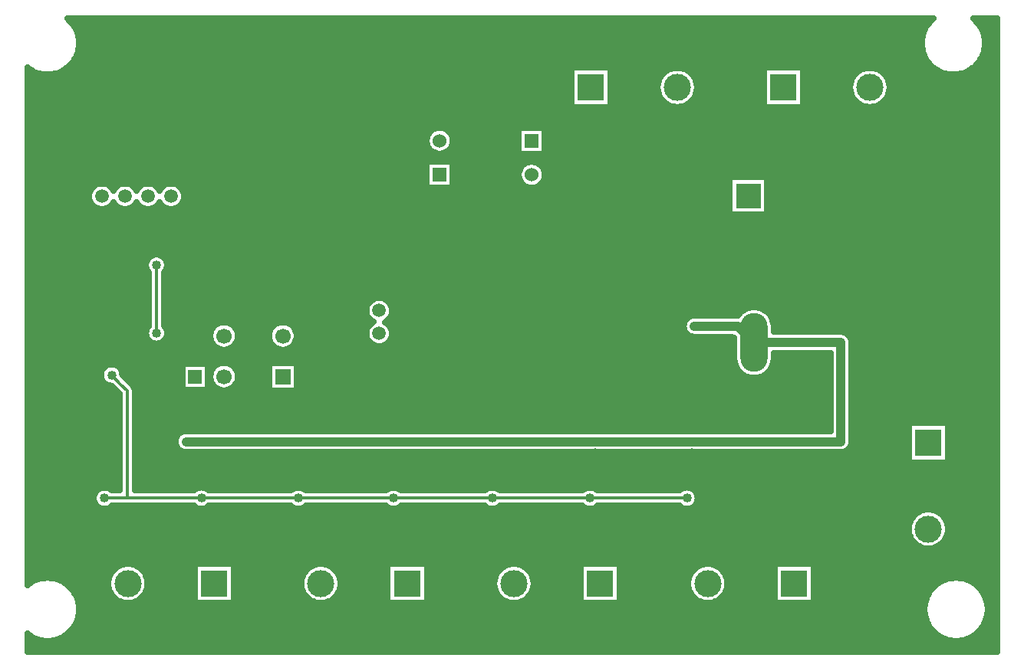
<source format=gbr>
%TF.GenerationSoftware,Novarm,DipTrace,3.3.0.1*%
%TF.CreationDate,2018-11-14T10:14:45-08:00*%
%FSLAX26Y26*%
%MOIN*%
%TF.FileFunction,Copper,L2,Bot*%
%TF.Part,Single*%
%TA.AperFunction,Conductor*%
%ADD15C,0.012992*%
%ADD21C,0.03937*%
%TA.AperFunction,CopperBalancing*%
%ADD26C,0.025*%
%TA.AperFunction,ComponentPad*%
%ADD33R,0.110236X0.110236*%
%ADD34C,0.110236*%
%ADD35R,0.059055X0.059055*%
%ADD36C,0.059055*%
%ADD38R,0.11811X0.11811*%
%ADD39C,0.11811*%
%ADD41R,0.06X0.06*%
%ADD42C,0.06*%
%ADD43O,0.11811X0.255906*%
%ADD44R,0.066929X0.066929*%
%ADD45C,0.066929*%
%TA.AperFunction,ViaPad*%
%ADD68C,0.04*%
G75*
G01*
%LPD*%
X767716Y1102361D2*
D15*
X1188976D1*
X1610235D1*
X2023621D1*
X2452755D1*
X2877952D1*
X3299212D1*
X767716D2*
X866141D1*
Y1570865D1*
X838582Y1598424D1*
X799212Y1637794D1*
X994094Y2116141D2*
Y1820865D1*
X1122046Y1348424D2*
D21*
X1539369D1*
X1956692D1*
X2374015D1*
X2791338D1*
X3208661D1*
X3625983D2*
X3208661D1*
X3590550Y1779527D2*
X3968503D1*
Y1348424D1*
X3625983D1*
X3330708Y1850393D2*
X3519684D1*
X3590550Y1779527D1*
D68*
X3208661Y1348424D3*
X3625983D3*
X2791338D3*
X2374015D3*
X1539369D3*
X1956692D3*
X1122046D3*
X3318897Y1299212D3*
X3208661Y1417322D3*
X2901574Y1299212D3*
X2051180Y1295275D3*
X2326771Y1409448D3*
X2775590Y1407480D3*
X2476377Y1295275D3*
X1948818Y1425196D3*
X1545275Y1446850D3*
X1629920Y1295275D3*
X1224409D3*
X1102361Y1476377D3*
X799212Y1299212D3*
X1917322Y2437007D3*
X1543306Y2547243D3*
X1106298Y2492125D3*
X1039369Y519684D3*
X960629Y3122046D3*
X1173228Y2803149D3*
X1200787Y1858267D3*
X1188976Y2051180D3*
X1527558Y1885826D3*
X1905511Y535432D3*
X2744094Y539369D3*
X994094Y1820865D3*
Y2116141D3*
X3330708Y1850393D3*
X4392125Y2342519D3*
X4442125D3*
X4492125D3*
X799212Y1637794D3*
X767716Y1102361D3*
X1188976D3*
X1610235D3*
X2023621D3*
X2452755D3*
X2877952D3*
X3299212D3*
X1377952Y2299212D3*
X1594487D3*
Y2090550D3*
X1377952D3*
X4542125Y2342519D3*
X4592125D3*
Y2392519D3*
Y2442519D3*
Y2542519D3*
X4542125D3*
X4492125D3*
X4442125D3*
X4392125D3*
Y2592519D3*
Y2642519D3*
X4492125Y2592519D3*
Y2642519D3*
X4592125Y2592519D3*
Y2642519D3*
X4392125Y2742519D3*
X4442125D3*
X4492125D3*
X4542125D3*
X4592125Y2792519D3*
X4542125Y2842519D3*
X4492125D3*
X4442125D3*
X4392125D3*
Y2792519D3*
X4592125Y2742519D3*
Y2842519D3*
X3582676Y535432D3*
X4535432Y1157480D3*
X4145669Y1629920D3*
X4153543Y1964566D3*
X3885826Y3133857D3*
X3066928Y3137794D3*
X2507873Y2893700D3*
X964566Y2972440D3*
X1901574Y2618109D3*
X2452755Y2503936D3*
X2787401Y2417322D3*
X3342519Y2118109D3*
X3039369Y1830708D3*
X3460629Y1539369D3*
X1854330Y1669291D3*
X543306Y1803149D3*
X468503Y2228346D3*
X551180Y1185039D3*
X822834Y2220472D3*
X632245Y3164993D2*
D26*
X4344129D1*
X4569242D2*
X4644049D1*
X647029Y3140124D2*
X4329344D1*
X4584027D2*
X4644049D1*
X655713Y3115255D2*
X4320661D1*
X4592710D2*
X4644049D1*
X659409Y3090386D2*
X4316964D1*
X4596406D2*
X4644049D1*
X658548Y3065518D2*
X4317826D1*
X4595545D2*
X4644049D1*
X653022Y3040649D2*
X4323352D1*
X4590056D2*
X4644049D1*
X642256Y3015780D2*
X4334153D1*
X4579254D2*
X4644049D1*
X624494Y2990911D2*
X4351880D1*
X4561491D2*
X4644049D1*
X434703Y2966043D2*
X444508D1*
X594889D2*
X2793825D1*
X2969920D2*
X3215714D1*
X3298081D2*
X3630464D1*
X3806560D2*
X4052318D1*
X4134721D2*
X4381483D1*
X4531886D2*
X4644049D1*
X434703Y2941174D2*
X2793825D1*
X2969920D2*
X3186039D1*
X3327756D2*
X3630464D1*
X3806560D2*
X4022678D1*
X4164397D2*
X4644049D1*
X434703Y2916305D2*
X2793825D1*
X2969920D2*
X3173085D1*
X3340712D2*
X3630464D1*
X3806560D2*
X4009688D1*
X4177351D2*
X4644049D1*
X434703Y2891436D2*
X2793825D1*
X2969920D2*
X3168850D1*
X3344910D2*
X3630464D1*
X3806560D2*
X4005490D1*
X4181549D2*
X4644049D1*
X434703Y2866567D2*
X2793825D1*
X2969920D2*
X3172044D1*
X3341752D2*
X3630464D1*
X3806560D2*
X4008683D1*
X4178356D2*
X4644049D1*
X434703Y2841699D2*
X2793825D1*
X2969920D2*
X3183598D1*
X3330162D2*
X3630464D1*
X3806560D2*
X4020238D1*
X4166801D2*
X4644049D1*
X434703Y2816830D2*
X2793825D1*
X2969920D2*
X3209650D1*
X3304145D2*
X3630464D1*
X3806560D2*
X4046291D1*
X4140749D2*
X4644049D1*
X434703Y2791961D2*
X4644049D1*
X434703Y2767092D2*
X4644049D1*
X434703Y2742224D2*
X4644049D1*
X434703Y2717355D2*
X4644049D1*
X434703Y2692486D2*
X2177191D1*
X2270860D2*
X2565027D1*
X2682990D2*
X4644049D1*
X434703Y2667617D2*
X2165923D1*
X2282092D2*
X2565027D1*
X2682990D2*
X4644049D1*
X434703Y2642749D2*
X2166964D1*
X2281052D2*
X2565027D1*
X2682990D2*
X4644049D1*
X434703Y2617880D2*
X2181209D1*
X2266805D2*
X2565027D1*
X2682990D2*
X4644049D1*
X434703Y2593011D2*
X4644049D1*
X434703Y2568142D2*
X4644049D1*
X434703Y2543273D2*
X2165420D1*
X2283384D2*
X2576365D1*
X2672440D2*
X4644049D1*
X434703Y2518405D2*
X2165420D1*
X2283384D2*
X2566067D1*
X2682739D2*
X4644049D1*
X434703Y2493536D2*
X2165420D1*
X2283384D2*
X2567826D1*
X2680981D2*
X3482801D1*
X3651037D2*
X4644049D1*
X434703Y2468667D2*
X736728D1*
X776787D2*
X836737D1*
X876796D2*
X936710D1*
X976768D2*
X1036720D1*
X1076777D2*
X2165420D1*
X2283384D2*
X2583220D1*
X2665586D2*
X3482801D1*
X3651037D2*
X4644049D1*
X434703Y2443798D2*
X705939D1*
X1107566D2*
X3482801D1*
X3651037D2*
X4644049D1*
X434703Y2418930D2*
X698331D1*
X1115174D2*
X3482801D1*
X3651037D2*
X4644049D1*
X434703Y2394061D2*
X702494D1*
X1111011D2*
X3482801D1*
X3651037D2*
X4644049D1*
X434703Y2369192D2*
X722661D1*
X790817D2*
X822670D1*
X890826D2*
X922679D1*
X990835D2*
X1022653D1*
X1090844D2*
X3482801D1*
X3651037D2*
X4644049D1*
X434703Y2344323D2*
X3482801D1*
X3651037D2*
X4644049D1*
X434703Y2319455D2*
X4644049D1*
X434703Y2294586D2*
X4644049D1*
X434703Y2269717D2*
X4644049D1*
X434703Y2244848D2*
X4644049D1*
X434703Y2219980D2*
X4644049D1*
X434703Y2195111D2*
X4644049D1*
X434703Y2170242D2*
X4644049D1*
X434703Y2145373D2*
X955441D1*
X1032749D2*
X4644049D1*
X434703Y2120504D2*
X945322D1*
X1042868D2*
X4644049D1*
X434703Y2095636D2*
X949880D1*
X1038310D2*
X4644049D1*
X434703Y2070767D2*
X958599D1*
X1029590D2*
X4644049D1*
X434703Y2045898D2*
X958599D1*
X1029590D2*
X4644049D1*
X434703Y2021029D2*
X958599D1*
X1029590D2*
X4644049D1*
X434703Y1996161D2*
X958599D1*
X1029590D2*
X4644049D1*
X434703Y1971292D2*
X958599D1*
X1029590D2*
X1940642D1*
X1983069D2*
X4644049D1*
X434703Y1946423D2*
X958599D1*
X1029590D2*
X1910787D1*
X2012924D2*
X4644049D1*
X434703Y1921554D2*
X958599D1*
X1029590D2*
X1903430D1*
X2020281D2*
X3543661D1*
X3637438D2*
X4644049D1*
X434703Y1896686D2*
X958599D1*
X1029590D2*
X1907772D1*
X2015974D2*
X3517428D1*
X3663669D2*
X4644049D1*
X434703Y1871817D2*
X958599D1*
X1029590D2*
X1928369D1*
X1995342D2*
X3286944D1*
X3675331D2*
X4644049D1*
X434703Y1846948D2*
X953109D1*
X1035081D2*
X1238962D1*
X1335466D2*
X1494852D1*
X1591357D2*
X1911109D1*
X2012602D2*
X3281850D1*
X3678596D2*
X4644049D1*
X434703Y1822079D2*
X945107D1*
X1043083D2*
X1226367D1*
X1348027D2*
X1482293D1*
X1603952D2*
X1903465D1*
X2020281D2*
X3291322D1*
X3988923D2*
X4644049D1*
X434703Y1797210D2*
X951566D1*
X1036624D2*
X1225756D1*
X1348637D2*
X1481683D1*
X1604562D2*
X1907520D1*
X2016190D2*
X3502501D1*
X4013648D2*
X4644049D1*
X434703Y1772342D2*
X1236666D1*
X1337763D2*
X1492556D1*
X1593654D2*
X1927616D1*
X1996130D2*
X3502501D1*
X4017165D2*
X4644049D1*
X434703Y1747473D2*
X3502501D1*
X4017165D2*
X4644049D1*
X434703Y1722604D2*
X3502501D1*
X3678596D2*
X3919834D1*
X4017165D2*
X4644049D1*
X434703Y1697735D2*
X3503470D1*
X3677628D2*
X3919834D1*
X4017165D2*
X4644049D1*
X434703Y1672867D2*
X766188D1*
X832228D2*
X1103356D1*
X1220386D2*
X1241762D1*
X1332669D2*
X1480642D1*
X1605567D2*
X3511293D1*
X3669805D2*
X3919834D1*
X4017165D2*
X4644049D1*
X434703Y1647998D2*
X751368D1*
X847083D2*
X1103356D1*
X1347201D2*
X1480642D1*
X1605567D2*
X3529773D1*
X3651325D2*
X3919834D1*
X4017165D2*
X4644049D1*
X434703Y1623129D2*
X752588D1*
X863016D2*
X1103356D1*
X1349138D2*
X1480642D1*
X1605567D2*
X3919834D1*
X4017165D2*
X4644049D1*
X434703Y1598260D2*
X772252D1*
X887884D2*
X1103356D1*
X1220386D2*
X1234512D1*
X1339917D2*
X1480642D1*
X1605567D2*
X3919834D1*
X4017165D2*
X4644049D1*
X434703Y1573392D2*
X814452D1*
X901520D2*
X1268208D1*
X1306221D2*
X1480642D1*
X1605567D2*
X3919834D1*
X4017165D2*
X4644049D1*
X434703Y1548523D2*
X830636D1*
X901628D2*
X3919834D1*
X4017165D2*
X4644049D1*
X434703Y1523654D2*
X830636D1*
X901628D2*
X3919834D1*
X4017165D2*
X4644049D1*
X434703Y1498785D2*
X830636D1*
X901628D2*
X3919834D1*
X4017165D2*
X4644049D1*
X434703Y1473917D2*
X830636D1*
X901628D2*
X3919834D1*
X4017165D2*
X4644049D1*
X434703Y1449048D2*
X830636D1*
X901628D2*
X3919834D1*
X4017165D2*
X4644049D1*
X434703Y1424179D2*
X830636D1*
X901628D2*
X3919834D1*
X4017165D2*
X4259873D1*
X4435969D2*
X4644049D1*
X434703Y1399310D2*
X830636D1*
X901628D2*
X3919834D1*
X4017165D2*
X4259873D1*
X4435969D2*
X4644049D1*
X434703Y1374441D2*
X830636D1*
X901628D2*
X1081001D1*
X4017165D2*
X4259873D1*
X4435969D2*
X4644049D1*
X434703Y1349573D2*
X830636D1*
X901628D2*
X1073070D1*
X4017165D2*
X4259873D1*
X4435969D2*
X4644049D1*
X434703Y1324704D2*
X830636D1*
X901628D2*
X1079565D1*
X4010633D2*
X4259873D1*
X4435969D2*
X4644049D1*
X434703Y1299835D2*
X830636D1*
X901628D2*
X4259873D1*
X4435969D2*
X4644049D1*
X434703Y1274966D2*
X830636D1*
X901628D2*
X4259873D1*
X4435969D2*
X4644049D1*
X434703Y1250098D2*
X830636D1*
X901628D2*
X4644049D1*
X434703Y1225229D2*
X830636D1*
X901628D2*
X4644049D1*
X434703Y1200360D2*
X830636D1*
X901628D2*
X4644049D1*
X434703Y1175491D2*
X830636D1*
X901628D2*
X4644049D1*
X434703Y1150623D2*
X830636D1*
X901628D2*
X4644049D1*
X434703Y1125754D2*
X725029D1*
X3341896D2*
X4644049D1*
X434703Y1100885D2*
X718750D1*
X3348175D2*
X4644049D1*
X434703Y1076016D2*
X726896D1*
X3340029D2*
X4644049D1*
X434703Y1051148D2*
X4325361D1*
X4370516D2*
X4644049D1*
X434703Y1026279D2*
X4282802D1*
X4413039D2*
X4644049D1*
X434703Y1001410D2*
X4266691D1*
X4429187D2*
X4644049D1*
X434703Y976541D2*
X4260304D1*
X4435537D2*
X4644049D1*
X434703Y951672D2*
X4261452D1*
X4434426D2*
X4644049D1*
X434703Y926804D2*
X4270459D1*
X4425418D2*
X4644049D1*
X434703Y901935D2*
X4291056D1*
X4404785D2*
X4644049D1*
X434703Y877066D2*
X4644049D1*
X434703Y852197D2*
X4644049D1*
X434703Y827329D2*
X4644049D1*
X434703Y802460D2*
X820338D1*
X918815D2*
X1156536D1*
X1332596D2*
X1658915D1*
X1757393D2*
X1995113D1*
X2171209D2*
X2497493D1*
X2595970D2*
X2833692D1*
X3009788D2*
X3340018D1*
X3438495D2*
X3676216D1*
X3852312D2*
X4644049D1*
X434703Y777591D2*
X795434D1*
X943683D2*
X1156536D1*
X1332596D2*
X1634011D1*
X1782262D2*
X1995113D1*
X2171209D2*
X2472625D1*
X2620839D2*
X2833692D1*
X3009788D2*
X3315113D1*
X3463364D2*
X3676216D1*
X3852312D2*
X4644049D1*
X434703Y752722D2*
X489485D1*
X549890D2*
X784381D1*
X954772D2*
X1156536D1*
X1332596D2*
X1622959D1*
X1793350D2*
X1995113D1*
X2171209D2*
X2461536D1*
X2631927D2*
X2833692D1*
X3009788D2*
X3304061D1*
X3474452D2*
X3676216D1*
X3852312D2*
X4438289D1*
X4498693D2*
X4644049D1*
X604901Y727854D2*
X781582D1*
X957570D2*
X1156536D1*
X1332596D2*
X1620161D1*
X1796149D2*
X1995113D1*
X2171209D2*
X2458738D1*
X2634726D2*
X2833692D1*
X3009788D2*
X3301263D1*
X3477251D2*
X3676216D1*
X3852312D2*
X4383279D1*
X4553741D2*
X4644049D1*
X630271Y702985D2*
X786175D1*
X952977D2*
X1156536D1*
X1332596D2*
X1624754D1*
X1791556D2*
X1995113D1*
X2171209D2*
X2463331D1*
X2630133D2*
X2833692D1*
X3009788D2*
X3305856D1*
X3472658D2*
X3676216D1*
X3852312D2*
X4357909D1*
X4579111D2*
X4644049D1*
X645809Y678116D2*
X799669D1*
X939449D2*
X1156536D1*
X1332596D2*
X1638246D1*
X1778027D2*
X1995113D1*
X2171209D2*
X2476823D1*
X2616640D2*
X2833692D1*
X3009788D2*
X3319348D1*
X3459129D2*
X3676216D1*
X3852312D2*
X4342371D1*
X4594649D2*
X4644049D1*
X655067Y653247D2*
X830959D1*
X908158D2*
X1156536D1*
X1332596D2*
X1669537D1*
X1746735D2*
X1995113D1*
X2171209D2*
X2508150D1*
X2585313D2*
X2833692D1*
X3009788D2*
X3350640D1*
X3427838D2*
X3676216D1*
X3852312D2*
X4333148D1*
X4603871D2*
X4644049D1*
X659230Y628378D2*
X4328949D1*
X4608069D2*
X4644049D1*
X658835Y603510D2*
X4329344D1*
X4607674D2*
X4644049D1*
X653847Y578641D2*
X4334368D1*
X4602650D2*
X4644049D1*
X643620Y553772D2*
X4344560D1*
X4592460D2*
X4644049D1*
X626718Y528903D2*
X4361461D1*
X4575558D2*
X4644049D1*
X598836Y504035D2*
X4389343D1*
X4547640D2*
X4644049D1*
X434703Y479166D2*
X4644049D1*
X434703Y454297D2*
X4644049D1*
X3494504Y2498932D2*
X3648539D1*
Y2335712D1*
X3485318D1*
Y2498932D1*
X3494504D1*
X2017705Y1914095D2*
X2016331Y1905413D1*
X2013615Y1897052D1*
X2009624Y1889220D1*
X2004456Y1882108D1*
X1998241Y1875893D1*
X1991129Y1870725D1*
X1987291Y1868403D1*
X1994787Y1863812D1*
X2001470Y1858102D1*
X2007180Y1851418D1*
X2011772Y1843922D1*
X2015137Y1835801D1*
X2017188Y1827254D1*
X2017878Y1818490D1*
X2017188Y1809726D1*
X2015137Y1801179D1*
X2011772Y1793058D1*
X2007180Y1785562D1*
X2001470Y1778878D1*
X1994787Y1773169D1*
X1987291Y1768577D1*
X1979170Y1765212D1*
X1970623Y1763161D1*
X1961859Y1762470D1*
X1953095Y1763161D1*
X1944548Y1765212D1*
X1936427Y1768577D1*
X1928931Y1773169D1*
X1922247Y1778878D1*
X1916537Y1785562D1*
X1911945Y1793058D1*
X1908581Y1801179D1*
X1906529Y1809726D1*
X1905839Y1818490D1*
X1906529Y1827254D1*
X1908581Y1835801D1*
X1911945Y1843922D1*
X1916537Y1851418D1*
X1922247Y1858102D1*
X1928931Y1863812D1*
X1936598Y1868483D1*
X1928931Y1873169D1*
X1922247Y1878878D1*
X1916537Y1885562D1*
X1911945Y1893058D1*
X1908581Y1901179D1*
X1906529Y1909726D1*
X1905839Y1918490D1*
X1906529Y1927254D1*
X1908581Y1935801D1*
X1911945Y1943922D1*
X1916537Y1951418D1*
X1922247Y1958102D1*
X1928931Y1963812D1*
X1936427Y1968403D1*
X1944548Y1971768D1*
X1953095Y1973819D1*
X1961859Y1974510D1*
X1970623Y1973819D1*
X1979170Y1971768D1*
X1987291Y1968403D1*
X1994787Y1963812D1*
X2001470Y1958102D1*
X2007180Y1951418D1*
X2011772Y1943922D1*
X2015137Y1935801D1*
X2017188Y1927254D1*
X2017878Y1918490D1*
X2017705Y1914095D1*
X2805528Y2975291D2*
X2967436D1*
Y2804196D1*
X2796342D1*
Y2975291D1*
X2805528D1*
X3342172Y2883031D2*
X3341382Y2876361D1*
X3340073Y2869772D1*
X3338250Y2863308D1*
X3335924Y2857006D1*
X3333112Y2850906D1*
X3329830Y2845045D1*
X3326098Y2839460D1*
X3321940Y2834184D1*
X3317380Y2829252D1*
X3312448Y2824692D1*
X3307172Y2820535D1*
X3301587Y2816802D1*
X3295726Y2813520D1*
X3289627Y2810708D1*
X3283325Y2808382D1*
X3276860Y2806560D1*
X3270271Y2805250D1*
X3263602Y2804460D1*
X3256889Y2804196D1*
X3250176Y2804460D1*
X3243507Y2805250D1*
X3236918Y2806560D1*
X3230453Y2808382D1*
X3224151Y2810708D1*
X3218052Y2813520D1*
X3212191Y2816802D1*
X3206606Y2820535D1*
X3201330Y2824692D1*
X3196398Y2829252D1*
X3191838Y2834184D1*
X3187680Y2839460D1*
X3183948Y2845045D1*
X3180666Y2850906D1*
X3177854Y2857006D1*
X3175528Y2863308D1*
X3173705Y2869772D1*
X3172396Y2876361D1*
X3171606Y2883031D1*
X3171342Y2889743D1*
X3171606Y2896456D1*
X3172396Y2903125D1*
X3173705Y2909714D1*
X3175528Y2916179D1*
X3177854Y2922481D1*
X3180666Y2928581D1*
X3183948Y2934441D1*
X3187680Y2940027D1*
X3191838Y2945302D1*
X3196398Y2950234D1*
X3201330Y2954794D1*
X3206606Y2958952D1*
X3212191Y2962684D1*
X3218052Y2965966D1*
X3224151Y2968779D1*
X3230453Y2971104D1*
X3236918Y2972927D1*
X3243507Y2974237D1*
X3250176Y2975027D1*
X3256889Y2975291D1*
X3263602Y2975027D1*
X3270271Y2974237D1*
X3276860Y2972927D1*
X3283325Y2971104D1*
X3289627Y2968779D1*
X3295726Y2965966D1*
X3301587Y2962684D1*
X3307172Y2958952D1*
X3312448Y2954794D1*
X3317380Y2950234D1*
X3321940Y2945302D1*
X3326098Y2940027D1*
X3329830Y2934441D1*
X3333112Y2928581D1*
X3335924Y2922481D1*
X3338250Y2916179D1*
X3340073Y2909714D1*
X3341382Y2903125D1*
X3342172Y2896456D1*
X3342436Y2889743D1*
X3342172Y2883031D1*
X3642162Y2975291D2*
X3804070D1*
Y2804196D1*
X3632976D1*
Y2975291D1*
X3642162D1*
X4178806Y2883031D2*
X4178016Y2876361D1*
X4176707Y2869772D1*
X4174884Y2863308D1*
X4172558Y2857006D1*
X4169746Y2850906D1*
X4166464Y2845045D1*
X4162731Y2839460D1*
X4158574Y2834184D1*
X4154014Y2829252D1*
X4149082Y2824692D1*
X4143806Y2820535D1*
X4138221Y2816802D1*
X4132360Y2813520D1*
X4126260Y2810708D1*
X4119959Y2808382D1*
X4113494Y2806560D1*
X4106905Y2805250D1*
X4100235Y2804460D1*
X4093523Y2804196D1*
X4086810Y2804460D1*
X4080141Y2805250D1*
X4073552Y2806560D1*
X4067087Y2808382D1*
X4060785Y2810708D1*
X4054686Y2813520D1*
X4048825Y2816802D1*
X4043239Y2820535D1*
X4037964Y2824692D1*
X4033032Y2829252D1*
X4028472Y2834184D1*
X4024314Y2839460D1*
X4020582Y2845045D1*
X4017300Y2850906D1*
X4014487Y2857006D1*
X4012162Y2863308D1*
X4010339Y2869772D1*
X4009029Y2876361D1*
X4008239Y2883031D1*
X4007976Y2889743D1*
X4008239Y2896456D1*
X4009029Y2903125D1*
X4010339Y2909714D1*
X4012162Y2916179D1*
X4014487Y2922481D1*
X4017300Y2928581D1*
X4020582Y2934441D1*
X4024314Y2940027D1*
X4028472Y2945302D1*
X4033032Y2950234D1*
X4037964Y2954794D1*
X4043239Y2958952D1*
X4048825Y2962684D1*
X4054686Y2965966D1*
X4060785Y2968779D1*
X4067087Y2971104D1*
X4073552Y2972927D1*
X4080141Y2974237D1*
X4086810Y2975027D1*
X4093523Y2975291D1*
X4100235Y2975027D1*
X4106905Y2974237D1*
X4113494Y2972927D1*
X4119959Y2971104D1*
X4126260Y2968779D1*
X4132360Y2965966D1*
X4138221Y2962684D1*
X4143806Y2958952D1*
X4149082Y2954794D1*
X4154014Y2950234D1*
X4158574Y2945302D1*
X4162731Y2940027D1*
X4166464Y2934441D1*
X4169746Y2928581D1*
X4172558Y2922481D1*
X4174884Y2916179D1*
X4176707Y2909714D1*
X4178016Y2903125D1*
X4178806Y2896456D1*
X4179070Y2889743D1*
X4178806Y2883031D1*
X4271571Y1428539D2*
X4433480D1*
Y1257444D1*
X4262385D1*
Y1428539D1*
X4271571D1*
X4433216Y961279D2*
X4432426Y954609D1*
X4431116Y948020D1*
X4429293Y941556D1*
X4426968Y935254D1*
X4424155Y929154D1*
X4420873Y923293D1*
X4417141Y917708D1*
X4412983Y912432D1*
X4408423Y907501D1*
X4403491Y902940D1*
X4398216Y898783D1*
X4392630Y895050D1*
X4386770Y891768D1*
X4380670Y888956D1*
X4374368Y886630D1*
X4367903Y884808D1*
X4361314Y883498D1*
X4354645Y882708D1*
X4347932Y882444D1*
X4341220Y882708D1*
X4334550Y883498D1*
X4327961Y884808D1*
X4321497Y886630D1*
X4315195Y888956D1*
X4309095Y891768D1*
X4303234Y895050D1*
X4297649Y898783D1*
X4292373Y902940D1*
X4287441Y907501D1*
X4282881Y912432D1*
X4278724Y917708D1*
X4274991Y923293D1*
X4271709Y929154D1*
X4268897Y935254D1*
X4266571Y941556D1*
X4264749Y948020D1*
X4263439Y954609D1*
X4262649Y961279D1*
X4262385Y967991D1*
X4262649Y974704D1*
X4263439Y981373D1*
X4264749Y987962D1*
X4266571Y994427D1*
X4268897Y1000729D1*
X4271709Y1006829D1*
X4274991Y1012690D1*
X4278724Y1018275D1*
X4282881Y1023550D1*
X4287441Y1028482D1*
X4292373Y1033043D1*
X4297649Y1037200D1*
X4303234Y1040932D1*
X4309095Y1044214D1*
X4315195Y1047027D1*
X4321497Y1049352D1*
X4327961Y1051175D1*
X4334550Y1052485D1*
X4341220Y1053275D1*
X4347932Y1053539D1*
X4354645Y1053275D1*
X4361314Y1052485D1*
X4367903Y1051175D1*
X4374368Y1049352D1*
X4380670Y1047027D1*
X4386770Y1044214D1*
X4392630Y1040932D1*
X4398216Y1037200D1*
X4403491Y1033043D1*
X4408423Y1028482D1*
X4412983Y1023550D1*
X4417141Y1018275D1*
X4420873Y1012690D1*
X4424155Y1006829D1*
X4426968Y1000729D1*
X4429293Y994427D1*
X4431116Y987962D1*
X4432426Y981373D1*
X4433216Y974704D1*
X4433480Y967991D1*
X4433216Y961279D1*
X3687890Y816354D2*
X3849798D1*
Y645259D1*
X3678704D1*
Y816354D1*
X3687890D1*
X3474535Y724094D2*
X3473745Y717424D1*
X3472435Y710835D1*
X3470612Y704371D1*
X3468287Y698069D1*
X3465474Y691969D1*
X3462192Y686108D1*
X3458460Y680523D1*
X3454302Y675247D1*
X3449742Y670315D1*
X3444810Y665755D1*
X3439535Y661598D1*
X3433949Y657865D1*
X3428088Y654583D1*
X3421989Y651771D1*
X3415687Y649445D1*
X3409222Y647623D1*
X3402633Y646313D1*
X3395964Y645523D1*
X3389251Y645259D1*
X3382539Y645523D1*
X3375869Y646313D1*
X3369280Y647623D1*
X3362815Y649445D1*
X3356514Y651771D1*
X3350414Y654583D1*
X3344553Y657865D1*
X3338968Y661598D1*
X3333692Y665755D1*
X3328760Y670315D1*
X3324200Y675247D1*
X3320043Y680523D1*
X3316310Y686108D1*
X3313028Y691969D1*
X3310216Y698069D1*
X3307890Y704371D1*
X3306067Y710835D1*
X3304758Y717424D1*
X3303968Y724094D1*
X3303704Y730806D1*
X3303968Y737519D1*
X3304758Y744188D1*
X3306067Y750777D1*
X3307890Y757242D1*
X3310216Y763544D1*
X3313028Y769644D1*
X3316310Y775504D1*
X3320043Y781090D1*
X3324200Y786365D1*
X3328760Y791297D1*
X3333692Y795857D1*
X3338968Y800015D1*
X3344553Y803747D1*
X3350414Y807029D1*
X3356514Y809842D1*
X3362815Y812167D1*
X3369280Y813990D1*
X3375869Y815300D1*
X3382539Y816090D1*
X3389251Y816354D1*
X3395964Y816090D1*
X3402633Y815300D1*
X3409222Y813990D1*
X3415687Y812167D1*
X3421989Y809842D1*
X3428088Y807029D1*
X3433949Y803747D1*
X3439535Y800015D1*
X3444810Y795857D1*
X3449742Y791297D1*
X3454302Y786365D1*
X3458460Y781090D1*
X3462192Y775504D1*
X3465474Y769644D1*
X3468287Y763544D1*
X3470612Y757242D1*
X3472435Y750777D1*
X3473745Y744188D1*
X3474535Y737519D1*
X3474798Y730806D1*
X3474535Y724094D1*
X2845371Y816354D2*
X3007279D1*
Y645259D1*
X2836184D1*
Y816354D1*
X2845371D1*
X2632015Y724094D2*
X2631225Y717424D1*
X2629915Y710835D1*
X2628092Y704371D1*
X2625767Y698069D1*
X2622955Y691969D1*
X2619672Y686108D1*
X2615940Y680523D1*
X2611783Y675247D1*
X2607222Y670315D1*
X2602291Y665755D1*
X2597015Y661598D1*
X2591430Y657865D1*
X2585569Y654583D1*
X2579469Y651771D1*
X2573167Y649445D1*
X2566703Y647623D1*
X2560113Y646313D1*
X2553444Y645523D1*
X2546731Y645259D1*
X2540019Y645523D1*
X2533350Y646313D1*
X2526760Y647623D1*
X2520296Y649445D1*
X2513994Y651771D1*
X2507894Y654583D1*
X2502033Y657865D1*
X2496448Y661598D1*
X2491172Y665755D1*
X2486241Y670315D1*
X2481680Y675247D1*
X2477523Y680523D1*
X2473791Y686108D1*
X2470508Y691969D1*
X2467696Y698069D1*
X2465371Y704371D1*
X2463548Y710835D1*
X2462238Y717424D1*
X2461448Y724094D1*
X2461184Y730806D1*
X2461448Y737519D1*
X2462238Y744188D1*
X2463548Y750777D1*
X2465371Y757242D1*
X2467696Y763544D1*
X2470508Y769644D1*
X2473791Y775504D1*
X2477523Y781090D1*
X2481680Y786365D1*
X2486241Y791297D1*
X2491172Y795857D1*
X2496448Y800015D1*
X2502033Y803747D1*
X2507894Y807029D1*
X2513994Y809842D1*
X2520296Y812167D1*
X2526760Y813990D1*
X2533350Y815300D1*
X2540019Y816090D1*
X2546731Y816354D1*
X2553444Y816090D1*
X2560113Y815300D1*
X2566703Y813990D1*
X2573167Y812167D1*
X2579469Y809842D1*
X2585569Y807029D1*
X2591430Y803747D1*
X2597015Y800015D1*
X2602291Y795857D1*
X2607222Y791297D1*
X2611783Y786365D1*
X2615940Y781090D1*
X2619672Y775504D1*
X2622955Y769644D1*
X2625767Y763544D1*
X2628092Y757242D1*
X2629915Y750777D1*
X2631225Y744188D1*
X2632015Y737519D1*
X2632279Y730806D1*
X2632015Y724094D1*
X2006788Y816354D2*
X2168696D1*
Y645259D1*
X1997602D1*
Y816354D1*
X2006788D1*
X1793432Y724094D2*
X1792642Y717424D1*
X1791333Y710835D1*
X1789510Y704371D1*
X1787184Y698069D1*
X1784372Y691969D1*
X1781090Y686108D1*
X1777357Y680523D1*
X1773200Y675247D1*
X1768640Y670315D1*
X1763708Y665755D1*
X1758432Y661598D1*
X1752847Y657865D1*
X1746986Y654583D1*
X1740886Y651771D1*
X1734585Y649445D1*
X1728120Y647623D1*
X1721531Y646313D1*
X1714861Y645523D1*
X1708149Y645259D1*
X1701436Y645523D1*
X1694767Y646313D1*
X1688178Y647623D1*
X1681713Y649445D1*
X1675411Y651771D1*
X1669312Y654583D1*
X1663451Y657865D1*
X1657865Y661598D1*
X1652590Y665755D1*
X1647658Y670315D1*
X1643098Y675247D1*
X1638940Y680523D1*
X1635208Y686108D1*
X1631926Y691969D1*
X1629113Y698069D1*
X1626788Y704371D1*
X1624965Y710835D1*
X1623655Y717424D1*
X1622865Y724094D1*
X1622602Y730806D1*
X1622865Y737519D1*
X1623655Y744188D1*
X1624965Y750777D1*
X1626788Y757242D1*
X1629113Y763544D1*
X1631926Y769644D1*
X1635208Y775504D1*
X1638940Y781090D1*
X1643098Y786365D1*
X1647658Y791297D1*
X1652590Y795857D1*
X1657865Y800015D1*
X1663451Y803747D1*
X1669312Y807029D1*
X1675411Y809842D1*
X1681713Y812167D1*
X1688178Y813990D1*
X1694767Y815300D1*
X1701436Y816090D1*
X1708149Y816354D1*
X1714861Y816090D1*
X1721531Y815300D1*
X1728120Y813990D1*
X1734585Y812167D1*
X1740886Y809842D1*
X1746986Y807029D1*
X1752847Y803747D1*
X1758432Y800015D1*
X1763708Y795857D1*
X1768640Y791297D1*
X1773200Y786365D1*
X1777357Y781090D1*
X1781090Y775504D1*
X1784372Y769644D1*
X1787184Y763544D1*
X1789510Y757242D1*
X1791333Y750777D1*
X1792642Y744188D1*
X1793432Y737519D1*
X1793696Y730806D1*
X1793432Y724094D1*
X1168205Y816354D2*
X1330113D1*
Y645259D1*
X1159019D1*
Y816354D1*
X1168205D1*
X954850Y724094D2*
X954060Y717424D1*
X952750Y710835D1*
X950927Y704371D1*
X948602Y698069D1*
X945789Y691969D1*
X942507Y686108D1*
X938775Y680523D1*
X934617Y675247D1*
X930057Y670315D1*
X925125Y665755D1*
X919850Y661598D1*
X914264Y657865D1*
X908403Y654583D1*
X902304Y651771D1*
X896002Y649445D1*
X889537Y647623D1*
X882948Y646313D1*
X876279Y645523D1*
X869566Y645259D1*
X862854Y645523D1*
X856184Y646313D1*
X849595Y647623D1*
X843130Y649445D1*
X836829Y651771D1*
X830729Y654583D1*
X824868Y657865D1*
X819283Y661598D1*
X814007Y665755D1*
X809075Y670315D1*
X804515Y675247D1*
X800357Y680523D1*
X796625Y686108D1*
X793343Y691969D1*
X790531Y698069D1*
X788205Y704371D1*
X786382Y710835D1*
X785073Y717424D1*
X784283Y724094D1*
X784019Y730806D1*
X784283Y737519D1*
X785073Y744188D1*
X786382Y750777D1*
X788205Y757242D1*
X790531Y763544D1*
X793343Y769644D1*
X796625Y775504D1*
X800357Y781090D1*
X804515Y786365D1*
X809075Y791297D1*
X814007Y795857D1*
X819283Y800015D1*
X824868Y803747D1*
X830729Y807029D1*
X836829Y809842D1*
X843130Y812167D1*
X849595Y813990D1*
X856184Y815300D1*
X862854Y816090D1*
X869566Y816354D1*
X876279Y816090D1*
X882948Y815300D1*
X889537Y813990D1*
X896002Y812167D1*
X902304Y809842D1*
X908403Y807029D1*
X914264Y803747D1*
X919850Y800015D1*
X925125Y795857D1*
X930057Y791297D1*
X934617Y786365D1*
X938775Y781090D1*
X942507Y775504D1*
X945789Y769644D1*
X948602Y763544D1*
X950927Y757242D1*
X952750Y750777D1*
X954060Y744188D1*
X954850Y737519D1*
X955113Y730806D1*
X954850Y724094D1*
X2177103Y2566334D2*
X2280901D1*
Y2453350D1*
X2167917D1*
Y2566334D1*
X2177103D1*
X2680726Y2505410D2*
X2679340Y2496654D1*
X2676600Y2488224D1*
X2672577Y2480325D1*
X2667365Y2473153D1*
X2661098Y2466885D1*
X2653926Y2461674D1*
X2646027Y2457650D1*
X2637596Y2454910D1*
X2628840Y2453524D1*
X2619977D1*
X2611221Y2454910D1*
X2602791Y2457650D1*
X2594892Y2461674D1*
X2587720Y2466885D1*
X2581452Y2473153D1*
X2576241Y2480325D1*
X2572217Y2488224D1*
X2569477Y2496654D1*
X2568091Y2505410D1*
Y2514273D1*
X2569477Y2523029D1*
X2572217Y2531460D1*
X2576241Y2539359D1*
X2581452Y2546531D1*
X2587720Y2552798D1*
X2594892Y2558010D1*
X2602791Y2562033D1*
X2611221Y2564773D1*
X2619977Y2566159D1*
X2628840D1*
X2637596Y2564773D1*
X2646027Y2562033D1*
X2653926Y2558010D1*
X2661098Y2552798D1*
X2667365Y2546531D1*
X2672577Y2539359D1*
X2676600Y2531460D1*
X2679340Y2523029D1*
X2680726Y2514273D1*
Y2505410D1*
X2576709Y2713972D2*
X2680507D1*
Y2600987D1*
X2567523D1*
Y2713972D1*
X2576709D1*
X2280333Y2653048D2*
X2278947Y2644292D1*
X2276207Y2635861D1*
X2272183Y2627962D1*
X2266972Y2620791D1*
X2260704Y2614523D1*
X2253532Y2609312D1*
X2245633Y2605288D1*
X2237203Y2602548D1*
X2228447Y2601162D1*
X2219583D1*
X2210827Y2602548D1*
X2202397Y2605288D1*
X2194498Y2609312D1*
X2187326Y2614523D1*
X2181058Y2620791D1*
X2175847Y2627962D1*
X2171823Y2635861D1*
X2169083Y2644292D1*
X2167697Y2653048D1*
Y2661911D1*
X2169083Y2670667D1*
X2171823Y2679098D1*
X2175847Y2686997D1*
X2181058Y2694169D1*
X2187326Y2700436D1*
X2194498Y2705648D1*
X2202397Y2709671D1*
X2210827Y2712411D1*
X2219583Y2713797D1*
X2228447D1*
X2237203Y2712411D1*
X2245633Y2709671D1*
X2253532Y2705648D1*
X2260704Y2700436D1*
X2266972Y2694169D1*
X2272183Y2686997D1*
X2276207Y2679098D1*
X2278947Y2670667D1*
X2280333Y2661911D1*
Y2653048D1*
X806745Y2390199D2*
X802073Y2382532D1*
X796363Y2375848D1*
X789679Y2370138D1*
X782183Y2365546D1*
X774062Y2362182D1*
X765515Y2360130D1*
X756751Y2359440D1*
X747987Y2360130D1*
X739440Y2362182D1*
X731319Y2365546D1*
X723823Y2370138D1*
X717140Y2375848D1*
X711430Y2382532D1*
X706838Y2390028D1*
X703473Y2398149D1*
X701422Y2406696D1*
X700731Y2415460D1*
X701422Y2424224D1*
X703473Y2432771D1*
X706838Y2440892D1*
X711430Y2448388D1*
X717140Y2455071D1*
X723823Y2460781D1*
X731319Y2465373D1*
X739440Y2468738D1*
X747987Y2470789D1*
X756751Y2471480D1*
X765515Y2470789D1*
X774062Y2468738D1*
X782183Y2465373D1*
X789679Y2460781D1*
X796363Y2455071D1*
X802073Y2448388D1*
X806745Y2440721D1*
X811430Y2448388D1*
X817140Y2455071D1*
X823823Y2460781D1*
X831319Y2465373D1*
X839440Y2468738D1*
X847987Y2470789D1*
X856751Y2471480D1*
X865515Y2470789D1*
X874062Y2468738D1*
X882183Y2465373D1*
X889679Y2460781D1*
X896363Y2455071D1*
X902073Y2448388D1*
X906745Y2440721D1*
X911430Y2448388D1*
X917140Y2455071D1*
X923823Y2460781D1*
X931319Y2465373D1*
X939440Y2468738D1*
X947987Y2470789D1*
X956751Y2471480D1*
X965515Y2470789D1*
X974062Y2468738D1*
X982183Y2465373D1*
X989679Y2460781D1*
X996363Y2455071D1*
X1002073Y2448388D1*
X1006745Y2440721D1*
X1011430Y2448388D1*
X1017140Y2455071D1*
X1023823Y2460781D1*
X1031319Y2465373D1*
X1039440Y2468738D1*
X1047987Y2470789D1*
X1056751Y2471480D1*
X1065515Y2470789D1*
X1074062Y2468738D1*
X1082183Y2465373D1*
X1089679Y2460781D1*
X1096363Y2455071D1*
X1102073Y2448388D1*
X1106665Y2440892D1*
X1110029Y2432771D1*
X1112081Y2424224D1*
X1112771Y2415460D1*
X1112081Y2406696D1*
X1110029Y2398149D1*
X1106665Y2390028D1*
X1102073Y2382532D1*
X1096363Y2375848D1*
X1089679Y2370138D1*
X1082183Y2365546D1*
X1074062Y2362182D1*
X1065515Y2360130D1*
X1056751Y2359440D1*
X1047987Y2360130D1*
X1039440Y2362182D1*
X1031319Y2365546D1*
X1023823Y2370138D1*
X1017140Y2375848D1*
X1011430Y2382532D1*
X1006758Y2390199D1*
X1002073Y2382532D1*
X996363Y2375848D1*
X989679Y2370138D1*
X982183Y2365546D1*
X974062Y2362182D1*
X965515Y2360130D1*
X956751Y2359440D1*
X947987Y2360130D1*
X939440Y2362182D1*
X931319Y2365546D1*
X923823Y2370138D1*
X917140Y2375848D1*
X911430Y2382532D1*
X906758Y2390199D1*
X902073Y2382532D1*
X896363Y2375848D1*
X889679Y2370138D1*
X882183Y2365546D1*
X874062Y2362182D1*
X865515Y2360130D1*
X856751Y2359440D1*
X847987Y2360130D1*
X839440Y2362182D1*
X831319Y2365546D1*
X823823Y2370138D1*
X817140Y2375848D1*
X811430Y2382532D1*
X806758Y2390199D1*
X3519898Y1896548D2*
X3525499Y1903983D1*
X3530060Y1908915D1*
X3534991Y1913476D1*
X3540267Y1917633D1*
X3545852Y1921365D1*
X3551713Y1924648D1*
X3557813Y1927460D1*
X3564115Y1929785D1*
X3570579Y1931608D1*
X3577169Y1932918D1*
X3583838Y1933708D1*
X3590550Y1933972D1*
X3597263Y1933708D1*
X3603932Y1932918D1*
X3610522Y1931608D1*
X3616986Y1929785D1*
X3623288Y1927460D1*
X3629388Y1924648D1*
X3635249Y1921365D1*
X3640834Y1917633D1*
X3646109Y1913476D1*
X3651041Y1908915D1*
X3655602Y1903983D1*
X3659759Y1898708D1*
X3663491Y1893123D1*
X3666773Y1887262D1*
X3669586Y1881162D1*
X3671911Y1874860D1*
X3673734Y1868396D1*
X3675044Y1861806D1*
X3675834Y1855137D1*
X3676098Y1839238D1*
Y1825709D1*
X3972127Y1825562D1*
X3979283Y1824428D1*
X3986175Y1822190D1*
X3992630Y1818899D1*
X3998493Y1814640D1*
X4003616Y1809516D1*
X4007876Y1803654D1*
X4011166Y1797199D1*
X4013405Y1790306D1*
X4014539Y1783150D1*
X4014680Y1751968D1*
X4014539Y1344801D1*
X4013405Y1337645D1*
X4011166Y1330752D1*
X4007876Y1324297D1*
X4003616Y1318435D1*
X3998493Y1313312D1*
X3992630Y1309052D1*
X3986175Y1305762D1*
X3979283Y1303523D1*
X3972127Y1302389D1*
X3940944Y1302247D1*
X3629632Y1302075D1*
X3622335D1*
X3616797Y1302247D1*
X3212309Y1302075D1*
X3205012D1*
X3199474Y1302247D1*
X2794986Y1302075D1*
X2787690D1*
X2782151Y1302247D1*
X2377663Y1302075D1*
X2370367D1*
X2364829Y1302247D1*
X1960340Y1302075D1*
X1953044D1*
X1947506Y1302247D1*
X1543018Y1302075D1*
X1535721D1*
X1530183Y1302247D1*
X1125695Y1302075D1*
X1118398D1*
X1111193Y1303217D1*
X1104255Y1305472D1*
X1097754Y1308784D1*
X1091852Y1313071D1*
X1086693Y1318230D1*
X1082406Y1324132D1*
X1079094Y1330633D1*
X1076839Y1337571D1*
X1075697Y1344776D1*
Y1352073D1*
X1076839Y1359277D1*
X1079094Y1366216D1*
X1082406Y1372717D1*
X1086693Y1378619D1*
X1091852Y1383777D1*
X1097754Y1388065D1*
X1104255Y1391377D1*
X1111193Y1393632D1*
X1118398Y1394773D1*
X1125695D1*
X1131233Y1394602D1*
X1535721Y1394773D1*
X1543018D1*
X1548556Y1394602D1*
X1953044Y1394773D1*
X1960340D1*
X1965878Y1394602D1*
X2370367Y1394773D1*
X2377663D1*
X2383201Y1394602D1*
X2787690Y1394773D1*
X2794986D1*
X2800524Y1394602D1*
X3205012Y1394773D1*
X3212309D1*
X3217847Y1394602D1*
X3622335Y1394773D1*
X3629632D1*
X3635170Y1394602D1*
X3922351D1*
X3922326Y1733354D1*
X3676083Y1733350D1*
X3675834Y1703917D1*
X3675044Y1697247D1*
X3673734Y1690658D1*
X3671911Y1684193D1*
X3669586Y1677892D1*
X3666773Y1671792D1*
X3663491Y1665931D1*
X3659759Y1660346D1*
X3655602Y1655070D1*
X3651041Y1650138D1*
X3646109Y1645578D1*
X3640834Y1641420D1*
X3635249Y1637688D1*
X3629388Y1634406D1*
X3623288Y1631594D1*
X3616986Y1629268D1*
X3610522Y1627445D1*
X3603932Y1626136D1*
X3597263Y1625346D1*
X3590550Y1625082D1*
X3583838Y1625346D1*
X3577169Y1626136D1*
X3570579Y1627445D1*
X3564115Y1629268D1*
X3557813Y1631594D1*
X3551713Y1634406D1*
X3545852Y1637688D1*
X3540267Y1641420D1*
X3534991Y1645578D1*
X3530060Y1650138D1*
X3525499Y1655070D1*
X3521342Y1660346D1*
X3517609Y1665931D1*
X3514327Y1671792D1*
X3511515Y1677892D1*
X3509190Y1684193D1*
X3507367Y1690658D1*
X3506057Y1697247D1*
X3505267Y1703917D1*
X3505003Y1719815D1*
Y1799801D1*
X3492125Y1804216D1*
X3334356Y1804044D1*
X3327060D1*
X3319855Y1805186D1*
X3312917Y1807440D1*
X3306415Y1810752D1*
X3300514Y1815040D1*
X3295355Y1820199D1*
X3291067Y1826100D1*
X3287755Y1832602D1*
X3285501Y1839540D1*
X3284359Y1846745D1*
Y1854041D1*
X3285501Y1861246D1*
X3287755Y1868184D1*
X3291067Y1874686D1*
X3295355Y1880587D1*
X3300514Y1885746D1*
X3306415Y1890033D1*
X3312917Y1893346D1*
X3319855Y1895600D1*
X3327060Y1896742D1*
X3334356D1*
X3339894Y1896570D1*
X3519699D1*
X1115027Y1687050D2*
X1217880D1*
Y1575011D1*
X1105840D1*
Y1687050D1*
X1115027D1*
X1492339Y1690987D2*
X1603066D1*
Y1571074D1*
X1483153D1*
Y1690987D1*
X1492339D1*
X1602881Y1803491D2*
X1601410Y1794200D1*
X1598502Y1785251D1*
X1594231Y1776869D1*
X1588701Y1769258D1*
X1582048Y1762604D1*
X1574436Y1757074D1*
X1566054Y1752804D1*
X1557106Y1749896D1*
X1547814Y1748424D1*
X1538405D1*
X1529113Y1749896D1*
X1520165Y1752804D1*
X1511783Y1757074D1*
X1504171Y1762604D1*
X1497518Y1769258D1*
X1491987Y1776869D1*
X1487717Y1785251D1*
X1484809Y1794200D1*
X1483338Y1803491D1*
Y1812901D1*
X1484809Y1822192D1*
X1487717Y1831141D1*
X1491987Y1839523D1*
X1497518Y1847134D1*
X1504171Y1853788D1*
X1511783Y1859318D1*
X1520165Y1863588D1*
X1529113Y1866497D1*
X1538405Y1867968D1*
X1547814D1*
X1557106Y1866497D1*
X1566054Y1863588D1*
X1574436Y1859318D1*
X1582048Y1853788D1*
X1588701Y1847134D1*
X1594231Y1839523D1*
X1598502Y1831141D1*
X1601410Y1822192D1*
X1602881Y1812901D1*
Y1803491D1*
X1346976D2*
X1345504Y1794200D1*
X1342596Y1785251D1*
X1338326Y1776869D1*
X1332796Y1769258D1*
X1326142Y1762604D1*
X1318531Y1757074D1*
X1310149Y1752804D1*
X1301200Y1749896D1*
X1291909Y1748424D1*
X1282499D1*
X1273208Y1749896D1*
X1264259Y1752804D1*
X1255877Y1757074D1*
X1248266Y1762604D1*
X1241612Y1769258D1*
X1236082Y1776869D1*
X1231812Y1785251D1*
X1228903Y1794200D1*
X1227432Y1803491D1*
Y1812901D1*
X1228903Y1822192D1*
X1231812Y1831141D1*
X1236082Y1839523D1*
X1241612Y1847134D1*
X1248266Y1853788D1*
X1255877Y1859318D1*
X1264259Y1863588D1*
X1273208Y1866497D1*
X1282499Y1867968D1*
X1291909D1*
X1301200Y1866497D1*
X1310149Y1863588D1*
X1318531Y1859318D1*
X1326142Y1853788D1*
X1332796Y1847134D1*
X1338326Y1839523D1*
X1342596Y1831141D1*
X1345504Y1822192D1*
X1346976Y1812901D1*
Y1803491D1*
Y1626326D2*
X1345504Y1617035D1*
X1342596Y1608086D1*
X1338326Y1599704D1*
X1332796Y1592092D1*
X1326142Y1585439D1*
X1318531Y1579909D1*
X1310149Y1575638D1*
X1301200Y1572730D1*
X1291909Y1571259D1*
X1282499D1*
X1273208Y1572730D1*
X1264259Y1575638D1*
X1255877Y1579909D1*
X1248266Y1585439D1*
X1241612Y1592092D1*
X1236082Y1599704D1*
X1231812Y1608086D1*
X1228903Y1617035D1*
X1227432Y1626326D1*
Y1635735D1*
X1228903Y1645027D1*
X1231812Y1653976D1*
X1236082Y1662357D1*
X1241612Y1669969D1*
X1248266Y1676623D1*
X1255877Y1682153D1*
X1264259Y1686423D1*
X1273208Y1689331D1*
X1282499Y1690802D1*
X1291909D1*
X1301200Y1689331D1*
X1310149Y1686423D1*
X1318531Y1682153D1*
X1326142Y1676623D1*
X1332796Y1669969D1*
X1338326Y1662357D1*
X1342596Y1653976D1*
X1345504Y1645027D1*
X1346976Y1635735D1*
Y1626326D1*
X4593819Y3073497D2*
X4592901Y3064359D1*
X4591373Y3055301D1*
X4589243Y3046367D1*
X4586523Y3037595D1*
X4583221Y3029024D1*
X4579355Y3020692D1*
X4574941Y3012638D1*
X4569999Y3004897D1*
X4564552Y2997502D1*
X4558621Y2990489D1*
X4552237Y2983886D1*
X4545424Y2977725D1*
X4538217Y2972033D1*
X4530645Y2966835D1*
X4522742Y2962154D1*
X4514544Y2958011D1*
X4506088Y2954426D1*
X4497413Y2951413D1*
X4488554Y2948986D1*
X4479553Y2947157D1*
X4470451Y2945932D1*
X4461287Y2945319D1*
X4452102Y2945318D1*
X4442938Y2945932D1*
X4433835Y2947155D1*
X4424834Y2948985D1*
X4415976Y2951411D1*
X4407300Y2954424D1*
X4398844Y2958010D1*
X4390646Y2962151D1*
X4382743Y2966833D1*
X4375171Y2972031D1*
X4367962Y2977722D1*
X4361151Y2983882D1*
X4354766Y2990485D1*
X4348835Y2997499D1*
X4343388Y3004893D1*
X4338445Y3012634D1*
X4334031Y3020688D1*
X4330165Y3029020D1*
X4326863Y3037591D1*
X4324142Y3046363D1*
X4322012Y3055297D1*
X4320485Y3064354D1*
X4319565Y3073493D1*
X4319258Y3082672D1*
X4319565Y3091852D1*
X4320483Y3100990D1*
X4322011Y3110046D1*
X4324140Y3118981D1*
X4326860Y3127754D1*
X4330161Y3136325D1*
X4334027Y3144657D1*
X4338440Y3152710D1*
X4343382Y3160453D1*
X4348830Y3167847D1*
X4354760Y3174861D1*
X4361145Y3181464D1*
X4370800Y3189871D1*
X605684Y3189861D1*
X615222Y3181473D1*
X621608Y3174871D1*
X627537Y3167857D1*
X632986Y3160464D1*
X637928Y3152722D1*
X642343Y3144667D1*
X646210Y3136336D1*
X649511Y3127766D1*
X652233Y3118994D1*
X654363Y3110060D1*
X655892Y3101003D1*
X656812Y3091864D1*
X657119Y3082676D1*
X656812Y3073497D1*
X655893Y3064359D1*
X654365Y3055301D1*
X652235Y3046367D1*
X649515Y3037595D1*
X646213Y3029024D1*
X642347Y3020692D1*
X637934Y3012638D1*
X632991Y3004897D1*
X627544Y2997502D1*
X621613Y2990489D1*
X615229Y2983886D1*
X608417Y2977725D1*
X601209Y2972033D1*
X593637Y2966835D1*
X585734Y2962154D1*
X577536Y2958011D1*
X569081Y2954426D1*
X560405Y2951413D1*
X551546Y2948986D1*
X542545Y2947157D1*
X533443Y2945932D1*
X524279Y2945319D1*
X515094Y2945318D1*
X505930Y2945932D1*
X496827Y2947155D1*
X487826Y2948985D1*
X478968Y2951411D1*
X470292Y2954424D1*
X461836Y2958010D1*
X453638Y2962151D1*
X445735Y2966833D1*
X438163Y2972031D1*
X432166Y2976766D1*
X432184Y724092D1*
X438157Y728750D1*
X445729Y733949D1*
X453630Y738629D1*
X461829Y742772D1*
X470284Y746359D1*
X478960Y749372D1*
X487818Y751798D1*
X496818Y753628D1*
X505922Y754854D1*
X515086Y755466D1*
X524270Y755468D1*
X533435Y754855D1*
X542537Y753630D1*
X551537Y751801D1*
X560396Y749376D1*
X569073Y746363D1*
X577529Y742777D1*
X585726Y738636D1*
X593629Y733956D1*
X601201Y728758D1*
X608410Y723066D1*
X615222Y716906D1*
X621608Y710304D1*
X627537Y703291D1*
X632986Y695897D1*
X637928Y688155D1*
X642343Y680100D1*
X646210Y671770D1*
X649511Y663199D1*
X652233Y654427D1*
X654363Y645493D1*
X655892Y636436D1*
X656812Y627297D1*
X657119Y618109D1*
X656812Y608930D1*
X655893Y599792D1*
X654365Y590734D1*
X652235Y581800D1*
X649515Y573028D1*
X646213Y564457D1*
X642347Y556125D1*
X637934Y548071D1*
X632991Y540330D1*
X627544Y532935D1*
X621613Y525922D1*
X615229Y519319D1*
X608417Y513158D1*
X601209Y507466D1*
X593637Y502268D1*
X585734Y497587D1*
X577536Y493444D1*
X569081Y489859D1*
X560405Y486846D1*
X551546Y484419D1*
X542545Y482590D1*
X533443Y481365D1*
X524279Y480752D1*
X515094Y480751D1*
X505930Y481365D1*
X496827Y482588D1*
X487826Y484418D1*
X478968Y486844D1*
X470292Y489857D1*
X461836Y493443D1*
X453638Y497585D1*
X445735Y502266D1*
X438163Y507464D1*
X432166Y512199D1*
X432184Y432210D1*
X4646519Y432184D1*
X4646554Y3189835D1*
X4542682Y3189861D1*
X4552230Y3181473D1*
X4558616Y3174871D1*
X4564545Y3167857D1*
X4569994Y3160464D1*
X4574936Y3152722D1*
X4579351Y3144667D1*
X4583218Y3136336D1*
X4586519Y3127766D1*
X4589241Y3118994D1*
X4591371Y3110060D1*
X4592899Y3101003D1*
X4593819Y3091864D1*
X4594127Y3082676D1*
X4593819Y3073497D1*
X4605630Y608930D2*
X4604712Y599792D1*
X4603184Y590734D1*
X4601054Y581800D1*
X4598334Y573028D1*
X4595032Y564457D1*
X4591166Y556125D1*
X4586752Y548071D1*
X4581810Y540330D1*
X4576363Y532935D1*
X4570432Y525922D1*
X4564048Y519319D1*
X4557235Y513158D1*
X4550028Y507466D1*
X4542456Y502268D1*
X4534553Y497587D1*
X4526355Y493444D1*
X4517899Y489859D1*
X4509224Y486846D1*
X4500365Y484419D1*
X4491364Y482590D1*
X4482262Y481365D1*
X4473098Y480752D1*
X4463913Y480751D1*
X4454749Y481365D1*
X4445646Y482588D1*
X4436645Y484418D1*
X4427787Y486844D1*
X4419111Y489857D1*
X4410655Y493443D1*
X4402457Y497585D1*
X4394554Y502266D1*
X4386982Y507464D1*
X4379773Y513155D1*
X4372962Y519315D1*
X4366577Y525918D1*
X4360646Y532932D1*
X4355199Y540326D1*
X4350256Y548067D1*
X4345842Y556121D1*
X4341976Y564453D1*
X4338674Y573024D1*
X4335953Y581796D1*
X4333823Y590730D1*
X4332296Y599787D1*
X4331376Y608926D1*
X4331069Y618106D1*
X4331376Y627285D1*
X4332294Y636423D1*
X4333822Y645480D1*
X4335951Y654414D1*
X4338671Y663187D1*
X4341972Y671758D1*
X4345838Y680090D1*
X4350251Y688144D1*
X4355193Y695886D1*
X4360641Y703280D1*
X4366571Y710294D1*
X4372956Y716897D1*
X4379767Y723058D1*
X4386976Y728750D1*
X4394548Y733949D1*
X4402449Y738629D1*
X4410648Y742772D1*
X4419103Y746359D1*
X4427779Y749372D1*
X4436637Y751798D1*
X4445637Y753628D1*
X4454741Y754854D1*
X4463905Y755466D1*
X4473088Y755468D1*
X4482254Y754855D1*
X4491356Y753630D1*
X4500356Y751801D1*
X4509214Y749376D1*
X4517892Y746363D1*
X4526348Y742777D1*
X4534545Y738636D1*
X4542448Y733956D1*
X4550020Y728758D1*
X4557229Y723066D1*
X4564041Y716906D1*
X4570427Y710304D1*
X4576356Y703291D1*
X4581805Y695897D1*
X4586747Y688155D1*
X4591162Y680100D1*
X4595029Y671770D1*
X4598330Y663199D1*
X4601052Y654427D1*
X4603182Y645493D1*
X4604710Y636436D1*
X4605630Y627297D1*
X4605938Y618109D1*
X4605630Y608930D1*
X1040443Y1817217D2*
X1039301Y1810012D1*
X1037046Y1803074D1*
X1033734Y1796573D1*
X1029447Y1790671D1*
X1024288Y1785512D1*
X1018386Y1781225D1*
X1011885Y1777913D1*
X1004947Y1775658D1*
X997742Y1774516D1*
X990445D1*
X983241Y1775658D1*
X976302Y1777913D1*
X969801Y1781225D1*
X963899Y1785512D1*
X958741Y1790671D1*
X954453Y1796573D1*
X951141Y1803074D1*
X948886Y1810012D1*
X947745Y1817217D1*
Y1824514D1*
X948886Y1831718D1*
X951141Y1838657D1*
X954453Y1845158D1*
X958741Y1851060D1*
X961112Y1853625D1*
X961106Y2083359D1*
X956481Y2088814D1*
X952669Y2095033D1*
X949877Y2101773D1*
X948174Y2108868D1*
X947602Y2116141D1*
X948174Y2123414D1*
X949877Y2130508D1*
X952669Y2137249D1*
X956481Y2143468D1*
X961218Y2149016D1*
X966767Y2153754D1*
X972986Y2157566D1*
X979726Y2160357D1*
X986821Y2162061D1*
X994094Y2162633D1*
X1001367Y2162061D1*
X1008461Y2160357D1*
X1015201Y2157566D1*
X1021420Y2153754D1*
X1026969Y2149016D1*
X1031707Y2143468D1*
X1035519Y2137249D1*
X1038310Y2130508D1*
X1040014Y2123414D1*
X1040586Y2116141D1*
X1040014Y2108868D1*
X1038310Y2101773D1*
X1035519Y2095033D1*
X1031707Y2088814D1*
X1027075Y2083381D1*
X1027082Y1853648D1*
X1031707Y1848192D1*
X1035519Y1841973D1*
X1038310Y1835233D1*
X1040014Y1828138D1*
X1040586Y1820865D1*
X1040443Y1817217D1*
X799056Y1591309D2*
X791939Y1591875D1*
X784844Y1593578D1*
X778104Y1596369D1*
X771885Y1600182D1*
X766336Y1604919D1*
X761599Y1610468D1*
X757787Y1616687D1*
X754995Y1623427D1*
X753292Y1630522D1*
X752720Y1637794D1*
X753292Y1645067D1*
X754995Y1652162D1*
X757787Y1658902D1*
X761599Y1665121D1*
X766336Y1670670D1*
X771885Y1675407D1*
X778104Y1679220D1*
X784844Y1682011D1*
X791939Y1683714D1*
X799212Y1684287D1*
X806485Y1683714D1*
X813579Y1682011D1*
X820319Y1679220D1*
X826539Y1675407D1*
X832087Y1670670D1*
X836825Y1665121D1*
X840637Y1658902D1*
X843428Y1652162D1*
X845132Y1645067D1*
X845697Y1637951D1*
X891225Y1592289D1*
X894268Y1588102D1*
X896619Y1583490D1*
X898217Y1578566D1*
X899028Y1573453D1*
X899129Y1506561D1*
Y1135339D1*
X1156234Y1135350D1*
X1161649Y1139974D1*
X1167868Y1143787D1*
X1174608Y1146578D1*
X1181703Y1148281D1*
X1188976Y1148854D1*
X1196249Y1148281D1*
X1203343Y1146578D1*
X1210083Y1143787D1*
X1216302Y1139974D1*
X1221735Y1135343D1*
X1577494Y1135350D1*
X1582909Y1139974D1*
X1589128Y1143787D1*
X1595868Y1146578D1*
X1602962Y1148281D1*
X1610235Y1148854D1*
X1617508Y1148281D1*
X1624603Y1146578D1*
X1631343Y1143787D1*
X1637562Y1139974D1*
X1642995Y1135343D1*
X1990859Y1135350D1*
X1996294Y1139974D1*
X2002514Y1143787D1*
X2009254Y1146578D1*
X2016348Y1148281D1*
X2023621Y1148854D1*
X2030894Y1148281D1*
X2037989Y1146578D1*
X2044729Y1143787D1*
X2050948Y1139974D1*
X2056381Y1135343D1*
X2419962Y1135350D1*
X2425428Y1139974D1*
X2431648Y1143787D1*
X2438388Y1146578D1*
X2445482Y1148281D1*
X2452755Y1148854D1*
X2460028Y1148281D1*
X2467123Y1146578D1*
X2473863Y1143787D1*
X2480082Y1139974D1*
X2485515Y1135343D1*
X2845221Y1135350D1*
X2850625Y1139974D1*
X2856844Y1143787D1*
X2863585Y1146578D1*
X2870679Y1148281D1*
X2877952Y1148854D1*
X2885225Y1148281D1*
X2892319Y1146578D1*
X2899060Y1143787D1*
X2905279Y1139974D1*
X2910712Y1135343D1*
X3266470Y1135350D1*
X3271885Y1139974D1*
X3278104Y1143787D1*
X3284844Y1146578D1*
X3291939Y1148281D1*
X3299212Y1148854D1*
X3306485Y1148281D1*
X3313579Y1146578D1*
X3320319Y1143787D1*
X3326539Y1139974D1*
X3332087Y1135237D1*
X3336825Y1129688D1*
X3340637Y1123469D1*
X3343428Y1116729D1*
X3345132Y1109634D1*
X3345704Y1102361D1*
X3345132Y1095088D1*
X3343428Y1087994D1*
X3340637Y1081254D1*
X3336825Y1075035D1*
X3332087Y1069486D1*
X3326539Y1064749D1*
X3320319Y1060936D1*
X3313579Y1058145D1*
X3306485Y1056441D1*
X3299212Y1055869D1*
X3291939Y1056441D1*
X3284844Y1058145D1*
X3278104Y1060936D1*
X3271885Y1064749D1*
X3266452Y1069380D1*
X2910693Y1069373D1*
X2905279Y1064749D1*
X2899060Y1060936D1*
X2892319Y1058145D1*
X2885225Y1056441D1*
X2877952Y1055869D1*
X2870679Y1056441D1*
X2863585Y1058145D1*
X2856844Y1060936D1*
X2850625Y1064749D1*
X2845192Y1069380D1*
X2485486Y1069373D1*
X2480082Y1064749D1*
X2473863Y1060936D1*
X2467123Y1058145D1*
X2460028Y1056441D1*
X2452755Y1055869D1*
X2445482Y1056441D1*
X2438388Y1058145D1*
X2431648Y1060936D1*
X2425428Y1064749D1*
X2419995Y1069380D1*
X2056414Y1069373D1*
X2050948Y1064749D1*
X2044729Y1060936D1*
X2037989Y1058145D1*
X2030894Y1056441D1*
X2023621Y1055869D1*
X2016348Y1056441D1*
X2009254Y1058145D1*
X2002514Y1060936D1*
X1996294Y1064749D1*
X1990861Y1069380D1*
X1642998Y1069373D1*
X1637562Y1064749D1*
X1631343Y1060936D1*
X1624603Y1058145D1*
X1617508Y1056441D1*
X1610235Y1055869D1*
X1602962Y1056441D1*
X1595868Y1058145D1*
X1589128Y1060936D1*
X1582909Y1064749D1*
X1577476Y1069380D1*
X1221717Y1069373D1*
X1216302Y1064749D1*
X1210083Y1060936D1*
X1203343Y1058145D1*
X1196249Y1056441D1*
X1188976Y1055869D1*
X1181703Y1056441D1*
X1174608Y1058145D1*
X1167868Y1060936D1*
X1161649Y1064749D1*
X1156216Y1069380D1*
X800457Y1069373D1*
X795043Y1064749D1*
X788823Y1060936D1*
X782083Y1058145D1*
X774989Y1056441D1*
X767716Y1055869D1*
X760443Y1056441D1*
X753348Y1058145D1*
X746608Y1060936D1*
X740389Y1064749D1*
X734840Y1069486D1*
X730103Y1075035D1*
X726291Y1081254D1*
X723499Y1087994D1*
X721796Y1095088D1*
X721224Y1102361D1*
X721796Y1109634D1*
X723499Y1116729D1*
X726291Y1123469D1*
X730103Y1129688D1*
X734840Y1135237D1*
X740389Y1139974D1*
X746608Y1143787D1*
X753348Y1146578D1*
X760443Y1148281D1*
X767716Y1148854D1*
X774989Y1148281D1*
X782083Y1146578D1*
X788823Y1143787D1*
X795043Y1139974D1*
X800476Y1135343D1*
X833133Y1135350D1*
X833153Y1557193D1*
X799041Y1591312D1*
D33*
X3566928Y2417322D3*
D34*
X4308661D3*
D35*
X1961859Y2018490D3*
D36*
Y1918490D3*
Y1818490D3*
D38*
X2881889Y2889743D3*
D39*
X3256889D3*
D38*
X3718523D3*
D39*
X4093523D3*
D38*
X4347932Y1342991D3*
D39*
Y967991D3*
D38*
X3764251Y730806D3*
D39*
X3389251D3*
D38*
X2921731D3*
D39*
X2546731D3*
D38*
X2083149D3*
D39*
X1708149D3*
D38*
X1244566D3*
D39*
X869566D3*
D41*
X2224409Y2509842D3*
D42*
X2624409D3*
D41*
X2624015Y2657480D3*
D42*
X2224015D3*
D35*
X656751Y2415460D3*
D36*
X756751D3*
X856751D3*
X956751D3*
X1056751D3*
D43*
X3590550Y2090550D3*
Y1779527D3*
D35*
X1161860Y1631031D3*
D36*
X1061860D3*
D44*
X1543109D3*
D45*
Y1808196D3*
X1287204D3*
Y1631031D3*
M02*

</source>
